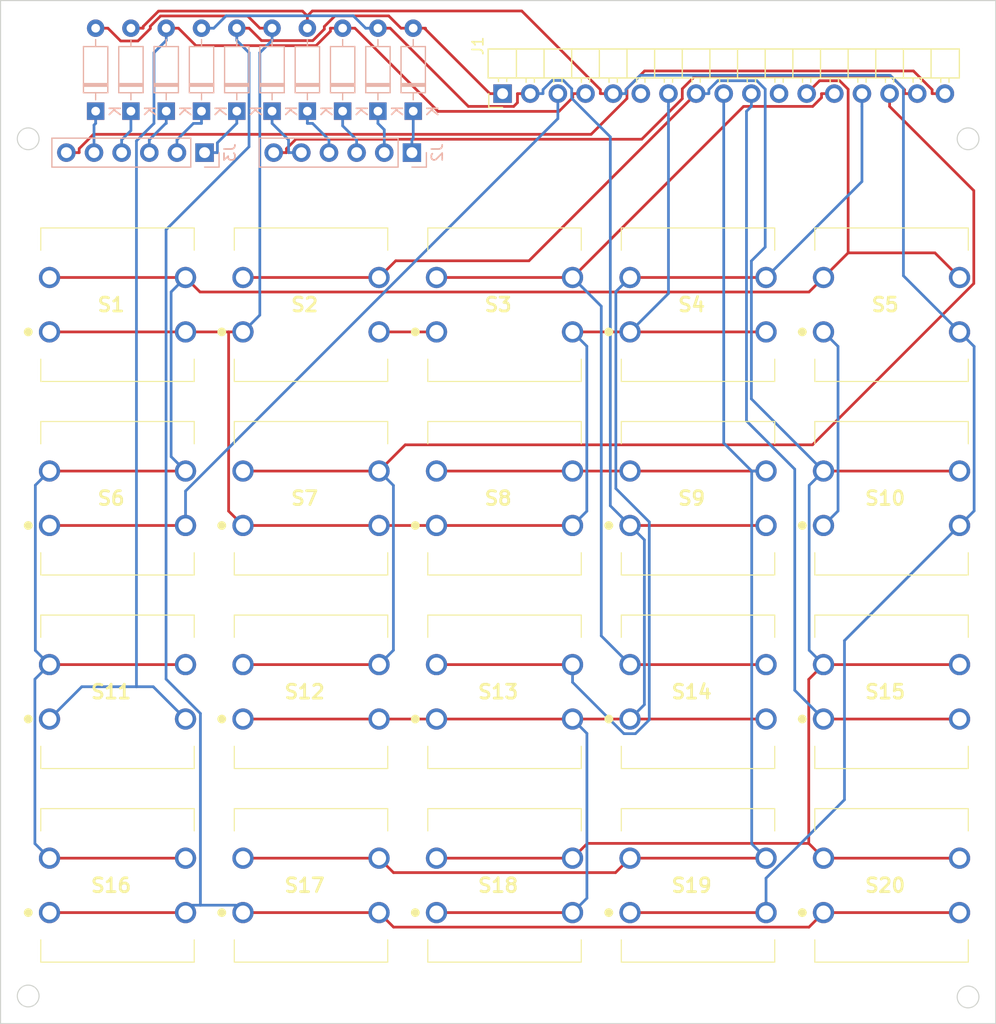
<source format=kicad_pcb>
(kicad_pcb (version 20211014) (generator pcbnew)

  (general
    (thickness 1.6)
  )

  (paper "A4")
  (layers
    (0 "F.Cu" signal)
    (31 "B.Cu" signal)
    (32 "B.Adhes" user "B.Adhesive")
    (33 "F.Adhes" user "F.Adhesive")
    (34 "B.Paste" user)
    (35 "F.Paste" user)
    (36 "B.SilkS" user "B.Silkscreen")
    (37 "F.SilkS" user "F.Silkscreen")
    (38 "B.Mask" user)
    (39 "F.Mask" user)
    (40 "Dwgs.User" user "User.Drawings")
    (41 "Cmts.User" user "User.Comments")
    (42 "Eco1.User" user "User.Eco1")
    (43 "Eco2.User" user "User.Eco2")
    (44 "Edge.Cuts" user)
    (45 "Margin" user)
    (46 "B.CrtYd" user "B.Courtyard")
    (47 "F.CrtYd" user "F.Courtyard")
    (48 "B.Fab" user)
    (49 "F.Fab" user)
    (50 "User.1" user)
    (51 "User.2" user)
    (52 "User.3" user)
    (53 "User.4" user)
    (54 "User.5" user)
    (55 "User.6" user)
    (56 "User.7" user)
    (57 "User.8" user)
    (58 "User.9" user)
  )

  (setup
    (pad_to_mask_clearance 0)
    (pcbplotparams
      (layerselection 0x00010fc_ffffffff)
      (disableapertmacros false)
      (usegerberextensions false)
      (usegerberattributes true)
      (usegerberadvancedattributes true)
      (creategerberjobfile true)
      (svguseinch false)
      (svgprecision 6)
      (excludeedgelayer true)
      (plotframeref false)
      (viasonmask false)
      (mode 1)
      (useauxorigin false)
      (hpglpennumber 1)
      (hpglpenspeed 20)
      (hpglpendiameter 15.000000)
      (dxfpolygonmode true)
      (dxfimperialunits true)
      (dxfusepcbnewfont true)
      (psnegative false)
      (psa4output false)
      (plotreference true)
      (plotvalue true)
      (plotinvisibletext false)
      (sketchpadsonfab false)
      (subtractmaskfromsilk false)
      (outputformat 1)
      (mirror false)
      (drillshape 1)
      (scaleselection 1)
      (outputdirectory "")
    )
  )

  (net 0 "")
  (net 1 "Net-(D1-Pad1)")
  (net 2 "Net-(J1-Pad1)")
  (net 3 "Net-(D2-Pad1)")
  (net 4 "Net-(J1-Pad2)")
  (net 5 "Net-(D3-Pad1)")
  (net 6 "Net-(J1-Pad4)")
  (net 7 "Net-(D4-Pad1)")
  (net 8 "Net-(J1-Pad5)")
  (net 9 "Net-(D5-Pad1)")
  (net 10 "Net-(J1-Pad7)")
  (net 11 "Net-(J3-Pad1)")
  (net 12 "Net-(D7-Pad1)")
  (net 13 "Net-(D8-Pad1)")
  (net 14 "Net-(J3-Pad4)")
  (net 15 "Net-(D10-Pad1)")
  (net 16 "Net-(J1-Pad3)")
  (net 17 "unconnected-(J1-Pad6)")
  (net 18 "Net-(J1-Pad8)")
  (net 19 "Net-(J1-Pad9)")
  (net 20 "Net-(J1-Pad10)")
  (net 21 "unconnected-(J1-Pad11)")
  (net 22 "Net-(J1-Pad12)")
  (net 23 "Net-(J1-Pad13)")
  (net 24 "Net-(J1-Pad14)")
  (net 25 "Net-(J1-Pad15)")
  (net 26 "Net-(J2-Pad6)")
  (net 27 "Net-(J3-Pad6)")
  (net 28 "Net-(S2-Pad2)")
  (net 29 "Net-(S10-Pad1)")

  (footprint "KiCad:TL1100F160Q6JBLK" (layer "F.Cu") (at 146.7375 76.16))

  (footprint "KiCad:TL1100F160Q6JBLK" (layer "F.Cu") (at 93.3975 58.38))

  (footprint "KiCad:TL1100F160Q6JBLK" (layer "F.Cu") (at 75.6175 76.16))

  (footprint "KiCad:TL1100F160Q6JBLK" (layer "F.Cu") (at 75.6175 58.38))

  (footprint "KiCad:TL1100F160Q6JBLK" (layer "F.Cu") (at 93.3975 93.94))

  (footprint "KiCad:TL1100F160Q6JBLK" (layer "F.Cu") (at 146.7375 93.94))

  (footprint "KiCad:TL1100F160Q6JBLK" (layer "F.Cu") (at 128.9575 58.38))

  (footprint "KiCad:TL1100F160Q6JBLK" (layer "F.Cu") (at 93.3975 76.16))

  (footprint "KiCad:TL1100F160Q6JBLK" (layer "F.Cu") (at 128.9575 111.72))

  (footprint "KiCad:TL1100F160Q6JBLK" (layer "F.Cu") (at 111.1775 111.72))

  (footprint "KiCad:TL1100F160Q6JBLK" (layer "F.Cu") (at 128.9575 93.94))

  (footprint "KiCad:TL1100F160Q6JBLK" (layer "F.Cu") (at 75.6175 93.94))

  (footprint "KiCad:TL1100F160Q6JBLK" (layer "F.Cu") (at 111.1775 76.16))

  (footprint "KiCad:TL1100F160Q6JBLK" (layer "F.Cu") (at 128.9575 76.16))

  (footprint "Connector_PinHeader_2.54mm:PinHeader_1x17_P2.54mm_Horizontal" (layer "F.Cu") (at 117.25 36.49 90))

  (footprint "KiCad:TL1100F160Q6JBLK" (layer "F.Cu") (at 111.1775 93.94))

  (footprint "KiCad:TL1100F160Q6JBLK" (layer "F.Cu") (at 93.3975 111.72))

  (footprint "KiCad:TL1100F160Q6JBLK" (layer "F.Cu") (at 146.7375 58.38))

  (footprint "KiCad:TL1100F160Q6JBLK" (layer "F.Cu") (at 111.1775 58.38))

  (footprint "KiCad:TL1100F160Q6JBLK" (layer "F.Cu") (at 75.6175 111.72))

  (footprint "KiCad:TL1100F160Q6JBLK" (layer "F.Cu") (at 146.7375 111.72))

  (footprint "Connector_PinHeader_2.54mm:PinHeader_1x06_P2.54mm_Vertical" (layer "B.Cu") (at 108.9186 41.91 90))

  (footprint "Diode_THT:D_DO-35_SOD27_P7.62mm_Horizontal" (layer "B.Cu") (at 105.7964 38.1 90))

  (footprint "Diode_THT:D_DO-35_SOD27_P7.62mm_Horizontal" (layer "B.Cu") (at 79.8586 38.1 90))

  (footprint "Diode_THT:D_DO-35_SOD27_P7.62mm_Horizontal" (layer "B.Cu") (at 99.3119 38.1 90))

  (footprint "Diode_THT:D_DO-35_SOD27_P7.62mm_Horizontal" (layer "B.Cu") (at 86.3431 38.1 90))

  (footprint "Diode_THT:D_DO-35_SOD27_P7.62mm_Horizontal" (layer "B.Cu") (at 102.5542 38.1 90))

  (footprint "Diode_THT:D_DO-35_SOD27_P7.62mm_Horizontal" (layer "B.Cu") (at 83.1008 38.1 90))

  (footprint "Connector_PinHeader_2.54mm:PinHeader_1x06_P2.54mm_Vertical" (layer "B.Cu") (at 89.8686 41.91 90))

  (footprint "Diode_THT:D_DO-35_SOD27_P7.62mm_Horizontal" (layer "B.Cu") (at 96.0697 38.1 90))

  (footprint "Diode_THT:D_DO-35_SOD27_P7.62mm_Horizontal" (layer "B.Cu") (at 92.8275 38.1 90))

  (footprint "Diode_THT:D_DO-35_SOD27_P7.62mm_Horizontal" (layer "B.Cu") (at 109.0386 38.1 90))

  (footprint "Diode_THT:D_DO-35_SOD27_P7.62mm_Horizontal" (layer "B.Cu") (at 89.5853 38.1 90))

  (gr_circle (center 73.66 119.38) (end 74.66 119.38) (layer "Edge.Cuts") (width 0.1) (fill none) (tstamp 071bdd1d-6170-4f56-800f-666534d64445))
  (gr_rect (start 71.12 27.94) (end 162.56 121.92) (layer "Edge.Cuts") (width 0.1) (fill none) (tstamp 1d18b88d-3855-414b-ab6d-1b2ad249c062))
  (gr_circle (center 160.02 119.470093) (end 161.02 119.470093) (layer "Edge.Cuts") (width 0.1) (fill none) (tstamp 4b608af9-861a-4724-a017-0d1610a4902b))
  (gr_circle (center 73.66 40.64) (end 74.66 40.64) (layer "Edge.Cuts") (width 0.1) (fill none) (tstamp e5af699a-313f-4a32-8d97-a58702dc09d8))
  (gr_circle (center 160.02 40.64) (end 161.02 40.64) (layer "Edge.Cuts") (width 0.1) (fill none) (tstamp e63c23b8-9bac-4d15-89d0-dbaa116fefc5))

  (segment (start 108.9186 41.91) (end 108.9186 40.7349) (width 0.25) (layer "B.Cu") (net 1) (tstamp 9d68cecf-fc81-4b4e-9370-47f06c9dd1d9))
  (segment (start 109.0386 38.1) (end 109.0386 40.6149) (width 0.25) (layer "B.Cu") (net 1) (tstamp c8c46dbb-fcee-4e2b-9dac-d39077648d75))
  (segment (start 109.0386 40.6149) (end 108.9186 40.7349) (width 0.25) (layer "B.Cu") (net 1) (tstamp f0b08be1-826e-49f9-a3c4-7daaad2f50d9))
  (segment (start 108.4761 30.48) (end 109.0386 30.48) (width 0.25) (layer "F.Cu") (net 2) (tstamp 020301cf-ccd8-42e3-828b-c5df5826e931))
  (segment (start 101.8479 29.3483) (end 100.8673 30.3289) (width 0.25) (layer "F.Cu") (net 2) (tstamp 1c527457-f202-4213-b5f2-f3e6138e2863))
  (segment (start 93.3975 111.72) (end 105.8975 111.72) (width 0.25) (layer "F.Cu") (net 2) (tstamp 2c0e5e04-0206-44d3-b34b-b0b93ba803ee))
  (segment (start 99.817 31.6186) (end 95.0912 31.6186) (width 0.25) (layer "F.Cu") (net 2) (tstamp 53efda89-8070-47c4-9782-8e69298ea746))
  (segment (start 109.0386 30.48) (end 110.1637 30.48) (width 0.25) (layer "F.Cu") (net 2) (tstamp 80663796-d148-49e0-a5ed-4370d5c532d2))
  (segment (start 95.0912 31.6186) (end 93.9526 30.48) (width 0.25) (layer "F.Cu") (net 2) (tstamp 933902b2-b276-4c7c-b738-f5313fba1e6b))
  (segment (start 105.8975 111.72) (end 107.2306 113.0531) (width 0.25) (layer "F.Cu") (net 2) (tstamp a6486920-edb8-4c77-b4f1-5e389205d997))
  (segment (start 100.8673 30.3289) (end 100.8673 30.5683) (width 0.25) (layer "F.Cu") (net 2) (tstamp ad0c1be3-f364-49f9-97e6-58bb2ade0b3a))
  (segment (start 145.4044 113.0531) (end 146.7375 111.72) (width 0.25) (layer "F.Cu") (net 2) (tstamp c6d39686-bbcf-4698-95d1-881c26eaa80c))
  (segment (start 107.2306 113.0531) (end 145.4044 113.0531) (width 0.25) (layer "F.Cu") (net 2) (tstamp d97bb365-fc44-474d-aab5-e39d1b7a2696))
  (segment (start 159.2375 111.72) (end 146.7375 111.72) (width 0.25) (layer "F.Cu") (net 2) (tstamp dd37b543-36c9-4da5-8ba3-05b879168d29))
  (segment (start 110.1637 30.48) (end 110.1637 30.5788) (width 0.25) (layer "F.Cu") (net 2) (tstamp e1f1e47a-1c6c-4f72-a58b-a276738cb5bb))
  (segment (start 106.7818 29.3483) (end 101.8479 29.3483) (width 0.25) (layer "F.Cu") (net 2) (tstamp e3c7cfa5-525e-466d-93f9-944f262da7de))
  (segment (start 107.9135 30.48) (end 106.7818 29.3483) (width 0.25) (layer "F.Cu") (net 2) (tstamp e815d1bd-a6ea-44ee-9601-e2f42d7a5cea))
  (segment (start 117.25 36.49) (end 116.0749 36.49) (width 0.25) (layer "F.Cu") (net 2) (tstamp eae64145-c2d3-47e5-afc8-0fc46bc006a4))
  (segment (start 75.6175 111.72) (end 88.1175 111.72) (width 0.25) (layer "F.Cu") (net 2) (tstamp ede2e392-d0fc-4f88-9289-727fb887c84d))
  (segment (start 92.8275 30.48) (end 93.9526 30.48) (width 0.25) (layer "F.Cu") (net 2) (tstamp f07e24a9-6cb2-4261-8d80-e459f40e8be0))
  (segment (start 100.8673 30.5683) (end 99.817 31.6186) (width 0.25) (layer "F.Cu") (net 2) (tstamp f56cc04d-8188-4d41-94cb-cf1c1ed83dc9))
  (segment (start 108.4761 30.48) (end 107.9135 30.48) (width 0.25) (layer "F.Cu") (net 2) (tstamp f6272702-25b6-4b1f-b80b-503e7a6b766c))
  (segment (start 110.1637 30.5788) (end 116.0749 36.49) (width 0.25) (layer "F.Cu") (net 2) (tstamp f6962841-9c1b-4808-9045-e80a369fed6a))
  (segment (start 93.9527 41.3676) (end 93.9527 32.7303) (width 0.25) (layer "B.Cu") (net 2) (tstamp 2810d29c-75db-4aaa-8e1b-47e296a6928d))
  (segment (start 93.9527 32.7303) (end 92.8275 31.6051) (width 0.25) (layer "B.Cu") (net 2) (tstamp 282b48f4-d241-4d9f-af3b-65a3a396c496))
  (segment (start 89.4835 93.4275) (end 86.3286 90.2726) (width 0.25) (layer "B.Cu") (net 2) (tstamp 2ade47fd-9913-4283-bd72-afbacc59d721))
  (segment (start 88.8005 111.037) (end 89.4835 111.037) (width 0.25) (layer "B.Cu") (net 2) (tstamp 32f893de-95f7-4a42-b7c4-9802b3254664))
  (segment (start 86.3286 90.2726) (end 86.3286 48.9917) (width 0.25) (layer "B.Cu") (net 2) (tstamp 668319f7-37ee-4b89-8b75-148da94713d3))
  (segment (start 86.3286 48.9917) (end 93.9527 41.3676) (width 0.25) (layer "B.Cu") (net 2) (tstamp 672c15dc-ac16-47ac-bd99-0280e4f89e3c))
  (segment (start 92.8275 30.48) (end 92.8275 31.6051) (width 0.25) (layer "B.Cu") (net 2) (tstamp a13038c1-b581-498a-928b-ef9039436471))
  (segment (start 92.7145 111.037) (end 93.3975 111.72) (width 0.25) (layer "B.Cu") (net 2) (tstamp bd58cce9-00ab-4630-9d03-71361844c554))
  (segment (start 89.4835 111.037) (end 92.7145 111.037) (width 0.25) (layer "B.Cu") (net 2) (tstamp ce1b38a9-7787-412a-b56e-62e28c6489c6))
  (segment (start 89.4835 111.037) (end 89.4835 93.4275) (width 0.25) (layer "B.Cu") (net 2) (tstamp d5050977-43ab-4540-add1-95d875d9b1a5))
  (segment (start 88.1175 111.72) (end 88.8005 111.037) (width 0.25) (layer "B.Cu") (net 2) (tstamp efd6b1a8-4550-4261-b63a-2989790e8dac))
  (segment (start 105.7964 39.2251) (end 106.3786 39.8073) (width 0.25) (layer "B.Cu") (net 3) (tstamp 173618af-48c7-4896-885c-4ae847788209))
  (segment (start 106.3786 39.8073) (end 106.3786 41.91) (width 0.25) (layer "B.Cu") (net 3) (tstamp 635244aa-ddcb-4e0f-9c33-923d12356443))
  (segment (start 105.7964 38.1) (end 105.7964 39.2251) (width 0.25) (layer "B.Cu") (net 3) (tstamp b16d0c31-4d45-4f71-9f81-f77ec692d262))
  (segment (start 114.1067 37.6652) (end 118.2707 37.6652) (width 0.25) (layer "F.Cu") (net 4) (tstamp 00fa006a-5f6e-4a4b-a85a-d6eba5143d14))
  (segment (start 105.7964 30.48) (end 106.9215 30.48) (width 0.25) (layer "F.Cu") (net 4) (tstamp 2a00ec38-1ca9-4c48-9aef-0583033dc090))
  (segment (start 111.1775 93.94) (end 123.6775 93.94) (width 0.25) (layer "F.Cu") (net 4) (tstamp 3579f0b4-a8f1-4670-ab5c-f3459b245c6a))
  (segment (start 93.3975 93.94) (end 105.8975 93.94) (width 0.25) (layer "F.Cu") (net 4) (tstamp 4474f66c-8a83-4c4d-a8a2-183880f13aea))
  (segment (start 123.6775 111.72) (end 111.1775 111.72) (width 0.25) (layer "F.Cu") (net 4) (tstamp 48cba292-83ab-4e87-8249-52b5636b0b32))
  (segment (start 118.6149 37.321) (end 118.6149 36.49) (width 0.25) (layer "F.Cu") (net 4) (tstamp 5531120f-cf74-4ddc-889f-6e4a31d8250a))
  (segment (start 118.2707 37.6652) (end 118.6149 37.321) (width 0.25) (layer "F.Cu") (net 4) (tstamp 5b2e3a90-0575-4234-934c-5b828d86925c))
  (segment (start 119.79 36.49) (end 118.6149 36.49) (width 0.25) (layer "F.Cu") (net 4) (tstamp 877e38c6-f8b3-49bb-8af7-201e574e5087))
  (segment (start 123.6775 93.94) (end 128.9575 93.94) (width 0.25) (layer "F.Cu") (net 4) (tstamp 8f67b873-7ae2-4f6f-90d9-e179a7aa16bf))
  (segment (start 141.4575 93.94) (end 128.9575 93.94) (width 0.25) (layer "F.Cu") (net 4) (tstamp 9f29490d-ce56-44e9-86c5-c0ec502316f3))
  (segment (start 106.9215 30.48) (end 114.1067 37.6652) (width 0.25) (layer "F.Cu") (net 4) (tstamp ad23c9c7-7e8d-4284-818c-45183cf20299))
  (segment (start 141.4575 76.16) (end 128.9575 76.16) (width 0.25) (layer "F.Cu") (net 4) (tstamp e7cdc885-ae74-4343-85eb-9727a2650462))
  (segment (start 105.8975 93.94) (end 111.1775 93.94) (width 0.25) (layer "F.Cu") (net 4) (tstamp fa463340-09f6-4836-a307-96f6e8f5b5c0))
  (segment (start 130.277 77.4795) (end 130.277 92.6205) (width 0.25) (layer "B.Cu") (net 4) (tstamp 0202800a-00d3-4e82-bbe3-3ee588c2196e))
  (segment (start 130.277 92.6205) (end 128.9575 93.94) (width 0.25) (layer "B.Cu") (net 4) (tstamp 2439e108-b4b1-471c-b01c-d68e505b730e))
  (segment (start 120.9651 36.49) (end 120.9651 36.1228) (width 0.25) (layer "B.Cu") (net 4) (tstamp 44e84901-7997-454a-a5bc-e5bbe057cf72))
  (segment (start 122.8362 35.2807) (end 123.6 36.0445) (width 0.25) (layer "B.Cu") (net 4) (tstamp 4ff2975a-bfb9-4c2c-b4da-3c4e5933d1c8))
  (segment (start 124.9975 110.4) (end 123.6775 111.72) (width 0.25) (layer "B.Cu") (net 4) (tstamp 7001bd0d-f4aa-4e52-91e3-f2d53e0a69ff))
  (segment (start 123.6775 93.94) (end 124.9975 95.26) (width 0.25) (layer "B.Cu") (net 4) (tstamp 74ec2a40-b874-4c84-aabe-0f99a41b0eef))
  (segment (start 90.7104 30.48) (end 91.8506 29.3398) (width 0.25) (layer "B.Cu") (net 4) (tstamp 7cdb72d1-f063-44d0-9adb-29a8b416dbf9))
  (segment (start 128.9575 76.16) (end 130.277 77.4795) (width 0.25) (layer "B.Cu") (net 4) (tstamp 7efb671f-1289-4016-8cb0-43090ae7b9fe))
  (segment (start 121.8072 35.2807) (end 122.8362 35.2807) (width 0.25) (layer "B.Cu") (net 4) (tstamp 931a8577-5512-423f-93a3-89d056b73e35))
  (segment (start 103.5311 29.3398) (end 104.6713 30.48) (width 0.25) (layer "B.Cu") (net 4) (tstamp 933f2f42-bf30-4922-bd53-a0005608afb3))
  (segment (start 105.7964 30.48) (end 104.6713 30.48) (width 0.25) (layer "B.Cu") (net 4) (tstamp 948b757d-710f-418b-8099-668476844818))
  (segment (start 119.79 36.49) (end 120.9651 36.49) (width 0.25) (layer "B.Cu") (net 4) (tstamp 9d88dd61-fdf3-44b2-8f29-a3b7655d4979))
  (segment (start 91.8506 29.3398) (end 103.5311 29.3398) (width 0.25) (layer "B.Cu") (net 4) (tstamp abf88995-18bd-478c-987b-e893c94fa8dc))
  (segment (start 123.6 36.0445) (end 123.6 36.9161) (width 0.25) (layer "B.Cu") (net 4) (tstamp ae9f3dcc-710d-4ad1-b017-02b82a7cb8f5))
  (segment (start 127.1474 40.4635) (end 127.1474 74.3499) (width 0.25) (layer "B.Cu") (net 4) (tstamp d597d422-97ae-45f9-b279-933811acefaa))
  (segment (start 89.5853 30.48) (end 90.7104 30.48) (width 0.25) (layer "B.Cu") (net 4) (tstamp df62e558-a1c0-4b5b-ab50-d03d854073e9))
  (segment (start 120.9651 36.1228) (end 121.8072 35.2807) (width 0.25) (layer "B.Cu") (net 4) (tstamp e0872f9b-7c13-47ad-8fbd-c54c9e3349e9))
  (segment (start 127.1474 74.3499) (end 128.9575 76.16) (width 0.25) (layer "B.Cu") (net 4) (tstamp e2728c10-314d-45d6-a21a-522073d9fffd))
  (segment (start 123.6 36.9161) (end 127.1474 40.4635) (width 0.25) (layer "B.Cu") (net 4) (tstamp e487d859-10c6-4e7f-9669-3fa42d20f5af))
  (segment (start 124.9975 95.26) (end 124.9975 110.4) (width 0.25) (layer "B.Cu") (net 4) (tstamp f2c68993-b92a-42a3-a075-75ffcab44b37))
  (segment (start 103.8386 41.91) (end 103.8386 40.7349) (width 0.25) (layer "B.Cu") (net 5) (tstamp 6f418896-5f04-4b39-8c14-f16ce782f181))
  (segment (start 102.5542 38.1) (end 102.5542 39.4505) (width 0.25) (layer "B.Cu") (net 5) (tstamp d0c93d40-4405-41a7-bb1b-9523ed45c808))
  (segment (start 102.5542 39.4505) (end 103.8386 40.7349) (width 0.25) (layer "B.Cu") (net 5) (tstamp f4c2d8b2-a21a-40f7-83eb-439bd1aeb285))
  (segment (start 86.3431 30.48) (end 87.4682 30.48) (width 0.25) (layer "F.Cu") (net 6) (tstamp 7d7752a7-55dc-4d2e-9999-8e424e7e193a))
  (segment (start 102.1042 30.48) (end 101.4291 30.48) (width 0.25) (layer "F.Cu") (net 6) (tstamp 7dda09cd-d2e9-46cb-9367-8acdcfc307e9))
  (segment (start 102.5542 30.48) (end 103.6793 30.48) (width 0.25) (layer "F.Cu") (net 6) (tstamp 86395702-16d2-443b-a7ba-a96ee0537013))
  (segment (start 124.87 36.49) (end 123.6949 36.49) (width 0.25) (layer "F.Cu") (net 6) (tstamp 8d92052a-0fdb-4ac8-8b4b-cb3c216ce8f1))
  (segment (start 111.3184 38.1191) (end 122.431 38.1191) (width 0.25) (layer "F.Cu") (net 6) (tstamp 91915a85-1b5a-4e21-92ee-5fafeeb64f14))
  (segment (start 101.4291 30.48) (end 101.4291 30.7613) (width 0.25) (layer "F.Cu") (net 6) (tstamp 9515f57b-70a6-4f51-b7cd-3048a60734e9))
  (segment (start 89.0717 32.0835) (end 87.4682 30.48) (width 0.25) (layer "F.Cu") (net 6) (tstamp acb2cf50-be73-4c00-a334-d71c0af8b6ac))
  (segment (start 100.1069 32.0835) (end 89.0717 32.0835) (width 0.25) (layer "F.Cu") (net 6) (tstamp bd01b167-e2db-42a4-bcf9-9a0630789393))
  (segment (start 102.1042 30.48) (end 102.5542 30.48) (width 0.25) (layer "F.Cu") (net 6) (tstamp d6c81607-71cb-4bb0-ae29-7822f6faaedd))
  (segment (start 123.6949 36.8552) (end 123.6949 36.49) (width 0.25) (layer "F.Cu") (net 6) (tstamp e1c27006-88e1-4765-b505-df08fac84023))
  (segment (start 103.6793 30.48) (end 111.3184 38.1191) (width 0.25) (layer "F.Cu") (net 6) (tstamp eb819629-89ee-4a42-b308-bf27658c676f))
  (segment (start 101.4291 30.7613) (end 100.1069 32.0835) (width 0.25) (layer "F.Cu") (net 6) (tstamp eccd7e52-1b8f-43b1-8713-ca155a2dcc69))
  (segment (start 122.431 38.1191) (end 123.6949 36.8552) (width 0.25) (layer "F.Cu") (net 6) (tstamp f36b15b7-03d2-43cc-839e-165f1fb07ff4))
  (segment (start 83.6071 90.9705) (end 78.587 90.9705) (width 0.25) (layer "B.Cu") (net 6) (tstamp 1b0c1e46-a6e1-4f19-a226-8fc5eb3c7276))
  (segment (start 86.3431 31.6051) (end 85.218 32.7302) (width 0.25) (layer "B.Cu") (net 6) (tstamp 6abdd2ee-c5b5-402b-8361-8697fa75a3ba))
  (segment (start 85.218 32.7302) (end 85.218 39.2251) (width 0.25) (layer "B.Cu") (net 6) (tstamp 71f593d7-84d9-47f8-b512-9e139b80d2ed))
  (segment (start 88.1175 93.94) (end 85.148 90.9705) (width 0.25) (layer "B.Cu") (net 6) (tstamp 7c8de070-0768-4cfb-82f2-d2e28488d1cb))
  (segment (start 78.587 90.9705) (end 75.6175 93.94) (width 0.25) (layer "B.Cu") (net 6) (tstamp 7d11dd2e-954c-4f18-b542-768fa985cad2))
  (segment (start 85.218 39.2251) (end 83.6071 40.836) (width 0.25) (layer "B.Cu") (net 6) (tstamp 7fa9d620-3370-44bf-abf7-06c2dedf0179))
  (segment (start 86.3431 30.48) (end 86.3431 31.6051) (width 0.25) (layer "B.Cu") (net 6) (tstamp e7a6a90b-33d1-4bdc-bdc2-71f867892258))
  (segment (start 85.148 90.9705) (end 83.6071 90.9705) (width 0.25) (layer "B.Cu") (net 6) (tstamp f7d9eb2f-bcc9-43a8-b153-c44a58002a25))
  (segment (start 83.6071 40.836) (end 83.6071 90.9705) (width 0.25) (layer "B.Cu") (net 6) (tstamp f8c43ba6-2c97-4405-b802-537b996dd013))
  (segment (start 99.3119 38.1) (end 99.3119 39.2251) (width 0.25) (layer "B.Cu") (net 7) (tstamp 325573c2-f66d-4d32-ac48-34a8d9bb6633))
  (segment (start 99.3119 39.2251) (end 99.7888 39.2251) (width 0.25) (layer "B.Cu") (net 7) (tstamp 47238f73-e66b-4242-8800-386000055a6d))
  (segment (start 101.2986 41.91) (end 101.2986 40.7349) (width 0.25) (layer "B.Cu") (net 7) (tstamp 62236cd1-d8e3-4d36-8f9e-1d19a605f6ca))
  (segment (start 99.7888 39.2251) (end 101.2986 40.7349) (width 0.25) (layer "B.Cu") (net 7) (tstamp 8350766f-b786-4cb4-8243-edb29abb8250))
  (segment (start 126.2349 36.49) (end 126.2349 36.1248) (width 0.25) (layer "F.Cu") (net 8) (tstamp 14deb27f-de3e-43b6-95a4-bdac69f747a3))
  (segment (start 127.41 36.49) (end 126.2349 36.49) (width 0.25) (layer "F.Cu") (net 8) (tstamp 245880ee-0e4f-4e15-aefd-c010098c352f))
  (segment (start 83.1008 30.48) (end 84.2259 30.48) (width 0.25) (layer "F.Cu") (net 8) (tstamp 373ab46e-389c-495a-b41c-e8cea56bc28c))
  (segment (start 141.4575 111.72) (end 128.9575 111.72) (width 0.25) (layer "F.Cu") (net 8) (tstamp 4e2a7f61-ea16-4b92-ae8f-c34ef352e2b1))
  (segment (start 85.6419 28.9048) (end 84.2259 30.3208) (width 0.25) (layer "F.Cu") (net 8) (tstamp 58c21f44-ca50-4b5d-a371-2223aa51c9fd))
  (segment (start 84.2259 30.3208) (end 84.2259 30.48) (width 0.25) (layer "F.Cu") (net 8) (tstamp 684c1f53-50aa-4128-9a4d-ae9ececa15e8))
  (segment (start 98.8618 28.9048) (end 85.6419 28.9048) (width 0.25) (layer "F.Cu") (net 8) (tstamp 6aabdb78-3a90-4331-abac-7aeff22a8a2b))
  (segment (start 99.3119 29.3549) (end 98.8618 28.9048) (width 0.25) (layer "F.Cu") (net 8) (tstamp 6e38315c-b3f9-4b51-89dc-27d10abbc64b))
  (segment (start 119.0082 28.8981) (end 99.7687 28.8981) (width 0.25) (layer "F.Cu") (net 8) (tstamp a3235160-b617-4c58-9863-74501dcdddd6))
  (segment (start 126.2349 36.1248) (end 119.0082 28.8981) (width 0.25) (layer "F.Cu") (net 8) (tstamp e6c7ef5e-adb3-4312-ae42-83939e382127))
  (segment (start 99.7687 28.8981) (end 99.3119 29.3549) (width 0.25) (layer "F.Cu") (net 8) (tstamp ecac8dd6-a3cb-4cf2-b95d-5832ba54961f))
  (segment (start 99.3119 30.48) (end 99.3119 29.3549) (width 0.25) (layer "F.Cu") (net 8) (tstamp ed5f34a1-3c33-43ea-a170-2499b41354ea))
  (segment (start 159.2375 76.16) (end 148.6634 86.7341) (width 0.25) (layer "B.Cu") (net 8) (tstamp 08a8c75e-d0eb-43a7-a353-2924e3cb8453))
  (segment (start 160.5761 74.8214) (end 159.2375 76.16) (width 0.25) (layer "B.Cu") (net 8) (tstamp 184d6e0c-74b8-469b-87a3-75643c7c6d1f))
  (segment (start 129.9033 34.8046) (end 152.8508 34.8046) (width 0.25) (layer "B.Cu") (net 8) (tstamp 1c4af4a4-b536-4bb8-b127-0b5a983c8435))
  (segment (start 160.5761 59.7186) (end 160.5761 74.8214) (width 0.25) (layer "B.Cu") (net 8) (tstamp 1d00d4f3-49ac-4537-9e49-ee7906044373))
  (segment (start 159.2375 58.38) (end 160.5761 59.7186) (width 0.25) (layer "B.Cu") (net 8) (tstamp 45d76c1f-db4c-4a99-8346-07686a41e923))
  (segment (start 127.41 36.49) (end 128.5851 36.49) (width 0.25) (layer "B.Cu") (net 8) (tstamp 572b2c68-f686-4e7a-8b1f-5a1e2c5bc7a1))
  (segment (start 128.5851 36.1228) (end 129.9033 34.8046) (width 0.25) (layer "B.Cu") (net 8) (tstamp 7bcceafa-0fce-4340-957e-9fb800784f74))
  (segment (start 128.5851 36.49) (end 128.5851 36.1228) (width 0.25) (layer "B.Cu") (net 8) (tstamp 9428bd08-91af-4b08-aef8-e6ae39c71384))
  (segment (start 141.4575 108.5588) (end 141.4575 111.72) (width 0.25) (layer "B.Cu") (net 8) (tstamp ba8ff6bb-c49e-4f23-a677-77c7fba2ba6d))
  (segment (start 152.8508 34.8046) (end 154.08 36.0338) (width 0.25) (layer "B.Cu") (net 8) (tstamp d5e5f7ab-1b5c-46f5-a4ae-5948a9aa436d))
  (segment (start 154.08 53.2225) (end 159.2375 58.38) (width 0.25) (layer "B.Cu") (net 8) (tstamp e4599edd-d0f8-4572-958f-66b69967f1af))
  (segment (start 154.08 36.0338) (end 154.08 53.2225) (width 0.25) (layer "B.Cu") (net 8) (tstamp e74dd774-66ce-4f89-9c8e-6a9bff602014))
  (segment (start 148.6634 86.7341) (end 148.6634 101.3529) (width 0.25) (layer "B.Cu") (net 8) (tstamp f521e2eb-6196-4485-b63b-41ae867a4414))
  (segment (start 148.6634 101.3529) (end 141.4575 108.5588) (width 0.25) (layer "B.Cu") (net 8) (tstamp fc1f20de-fdb9-44db-9971-e1bcd52e1d0f))
  (segment (start 96.0697 38.1) (end 96.0697 39.2251) (width 0.25) (layer "B.Cu") (net 9) (tstamp 80e723b1-836e-451c-b900-d632e6ca829b))
  (segment (start 96.0697 39.2251) (end 97.5835 40.7389) (width 0.25) (layer "B.Cu") (net 9) (tstamp a8a37a81-1ea2-468f-9aef-045db0efc85b))
  (segment (start 98.7586 41.91) (end 97.5835 41.91) (width 0.25) (layer "B.Cu") (net 9) (tstamp c45453fd-e7b2-4528-a0f9-662801a37e63))
  (segment (start 97.5835 40.7389) (end 97.5835 41.91) (width 0.25) (layer "B.Cu") (net 9) (tstamp ef70130e-03d4-42be-b77f-24065c3138de))
  (segment (start 82.1602 31.6565) (end 80.9837 30.48) (width 0.25) (layer "F.Cu") (net 10) (tstamp 09e3def8-5549-4eb7-979e-2c52aca981b1))
  (segment (start 92.0775 58.38) (end 92.0775 74.84) (width 0.25) (layer "F.Cu") (net 10) (tstamp 1ba91f32-e18c-4e2b-a785-729984e71615))
  (segment (start 93.8195 29.3549) (end 85.8283 29.3549) (width 0.25) (layer "F.Cu") (net 10) (tstamp 227f1791-9c21-4b09-9c00-6e74853133e2))
  (segment (start 128.9575 58.38) (end 123.6775 58.38) (width 0.25) (layer "F.Cu") (net 10) (tstamp 26feb326-289a-407a-8c1a-2e476d6d18a0))
  (segment (start 84.8811 30.3021) (end 84.8811 30.5166) (width 0.25) (layer "F.Cu") (net 10) (tstamp 27f73ca6-a7c7-4ab1-99ef-2d999247759d))
  (segment (start 79.8586 30.48) (end 80.9837 30.48) (width 0.25) (layer "F.Cu") (net 10) (tstamp 3109b266-d154-4771-867f-94718774d615))
  (segment (start 92.0775 74.84) (end 93.3975 76.16) (width 0.25) (layer "F.Cu") (net 10) (tstamp 33a4b05b-5d18-4900-857d-4b1ef2164064))
  (segment (start 85.8283 29.3549) (end 84.8811 30.3021) (width 0.25) (layer "F.Cu") (net 10) (tstamp 5f5226ea-2e3f-45bc-a81a-9dd47c09e28e))
  (segment (start 75.6175 58.38) (end 88.1175 58.38) (width 0.25) (layer "F.Cu") (net 10) (tstamp 78391f7d-e214-456c-a9f4-5dfaf405f15f))
  (segment (start 92.0775 58.38) (end 93.3975 58.38) (width 0.25) (layer "F.Cu") (net 10) (tstamp 7c780b80-37f4-4f44-baa5-c855ae970c34))
  (segment (start 84.8811 30.5166) (end 83.7412 31.6565) (width 0.25) (layer "F.Cu") (net 10) (tstamp 8b0ee983-334e-4ff8-91f8-e50d8b191602))
  (segment (start 123.6775 76.16) (end 111.1775 76.16) (width 0.25) (layer "F.Cu") (net 10) (tstamp a657e041-afe1-4bf7-808a-d2a8f7a285e8))
  (segment (start 96.0697 30.48) (end 94.9446 30.48) (width 0.25) (layer "F.Cu") (net 10) (tstamp a8ec345f-b098-4ba9-8403-fb8d810a3e53))
  (segment (start 83.7412 31.6565) (end 82.1602 31.6565) (width 0.25) (layer "F.Cu") (net 10) (tstamp be5e2a5c-8bee-4367-b4bd-8935da1440b2))
  (segment (start 88.1175 58.38) (end 92.0775 58.38) (width 0.25) (layer "F.Cu") (net 10) (tstamp c861d12a-32b5-47f0-84b7-4b4825e59442))
  (segment (start 141.4575 58.38) (end 128.9575 58.38) (width 0.25) (layer "F.Cu") (net 10) (tstamp dcb394bd-d679-4cc8-93ce-09b3c726f223))
  (segment (start 105.8975 76.16) (end 111.1775 76.16) (width 0.25) (layer "F.Cu") (net 10) (tstamp e1471669-1169-4051-909d-8dffa7078c81))
  (segment (start 93.3975 76.16) (end 105.8975 76.16) (width 0.25) (layer "F.Cu") (net 10) (tstamp e4b1d2bc-b341-4c39-bd39-d829723972df))
  (segment (start 94.9446 30.48) (end 93.8195 29.3549) (width 0.25) (layer "F.Cu") (net 10) (tstamp fc971b39-c742-4e97-9357-2808443fb469))
  (segment (start 124.9894 59.6919) (end 124.9894 74.8481) (width 0.25) (layer "B.Cu") (net 10) (tstamp 0be37be7-1cc2-4edd-8676-0a8e6775e331))
  (segment (start 132.49 54.8475) (end 132.49 37.6651) (width 0.25) (layer "B.Cu") (net 10) (tstamp 0eb607f9-0beb-4597-945a-8fe7db1df0e3))
  (segment (start 128.9575 58.38) (end 132.49 54.8475) (width 0.25) (layer "B.Cu") (net 10) (tstamp 200cb530-b54d-40d5-ab80-5611555aca58))
  (segment (start 96.0697 31.6051) (end 94.9446 32.7302) (width 0.25) (layer "B.Cu") (net 10) (tstamp 325f8c33-e750-46fd-9145-1b212ee6cf7a))
  (segment (start 96.0697 30.48) (end 96.0697 31.6051) (width 0.25) (layer "B.Cu") (net 10) (tstamp 556019e9-85e0-4018-92a6-b25ad0905d0b))
  (segment (start 94.9446 56.8329) (end 93.3975 58.38) (width 0.25) (layer "B.Cu") (net 10) (tstamp a8f5ea6e-d442-4819-bf80-358baad81c2d))
  (segment (start 123.6775 58.38) (end 124.9894 59.6919) (width 0.25) (layer "B.Cu") (net 10) (tstamp d3405a8a-c8e2-428c-8d19-a6b21cd7056d))
  (segment (start 94.9446 32.7302) (end 94.9446 56.8329) (width 0.25) (layer "B.Cu") (net 10) (tstamp dcc9debc-fc1e-47d6-a428-4cc306d4ddce))
  (segment (start 132.49 36.49) (end 132.49 37.6651) (width 0.25) (layer "B.Cu") (net 10) (tstamp e9e7e7b3-160a-43dd-b141-2fbff20f4767))
  (segment (start 124.9894 74.8481) (end 123.6775 76.16) (width 0.25) (layer "B.Cu") (net 10) (tstamp fbd5bc5a-d230-4843-975a-5d077cfc82c8))
  (segment (start 91.0437 41.0089) (end 91.0437 41.91) (width 0.25) (layer "B.Cu") (net 11) (tstamp 26c2f5ad-08c4-46e1-909b-2ae28ec91895))
  (segment (start 92.8275 39.2251) (end 91.0437 41.0089) (width 0.25) (layer "B.Cu") (net 11) (tstamp 3643a852-a02e-4b56-a778-2927686d4a19))
  (segment (start 89.8686 41.91) (end 91.0437 41.91) (width 0.25) (layer "B.Cu") (net 11) (tstamp 6a89b94d-0b6e-4984-9f28-c17619d3c776))
  (segment (start 92.8275 38.1) (end 92.8275 39.2251) (width 0.25) (layer "B.Cu") (net 11) (tstamp 9cbe79c0-89e5-44cc-88eb-99e593dd7049))
  (segment (start 87.3286 41.91) (end 87.3286 40.7349) (width 0.25) (layer "B.Cu") (net 12) (tstamp 64b63d2b-514a-4545-978f-a5be86009ce6))
  (segment (start 89.5853 39.2251) (end 88.8384 39.2251) (width 0.25) (layer "B.Cu") (net 12) (tstamp 7f3f386a-8efd-4512-971c-4a372f3d8164))
  (segment (start 89.5853 38.1) (end 89.5853 39.2251) (width 0.25) (layer "B.Cu") (net 12) (tstamp cf3bdb56-2b27-4959-90b5-b76b919fe264))
  (segment (start 88.8384 39.2251) (end 87.3286 40.7349) (width 0.25) (layer "B.Cu") (net 12) (tstamp d75fd269-5093-4695-b04c-5edf2562c8eb))
  (segment (start 86.3431 38.1) (end 86.3431 39.2251) (width 0.25) (layer "B.Cu") (net 13) (tstamp 009557fa-ebbb-4716-88ff-8a938f47c136))
  (segment (start 86.3431 39.2251) (end 86.2984 39.2251) (width 0.25) (layer "B.Cu") (net 13) (tstamp 06387d51-8666-4b07-baf2-b02f6d365461))
  (segment (start 84.7886 41.91) (end 84.7886 40.7349) (width 0.25) (layer "B.Cu") (net 13) (tstamp befcb16a-a763-4b63-bb3d-cd274d10104b))
  (segment (start 86.2984 39.2251) (end 84.7886 40.7349) (width 0.25) (layer "B.Cu") (net 13) (tstamp c1961deb-413d-4fa8-b23c-f774c80d690f))
  (segment (start 83.1008 38.1) (end 83.1008 39.8827) (width 0.25) (layer "B.Cu") (net 14) (tstamp cdab795f-1320-44f1-b60c-441365a3a2e7))
  (segment (start 83.1008 39.8827) (end 82.2486 40.7349) (width 0.25) (layer "B.Cu") (net 14) (tstamp ebc8caac-a497-4b58-9026-2ae13f54186e))
  (segment (start 82.2486 41.91) (end 82.2486 40.7349) (width 0.25) (layer "B.Cu") (net 14) (tstamp f519415d-0eca-4c3b-9dbb-f844d07a70bb))
  (segment (start 79.7086 39.3751) (end 79.7086 41.91) (width 0.25) (layer "B.Cu") (net 15) (tstamp 2ba69a55-0f15-4b48-894e-0ef7c224de2a))
  (segment (start 79.8586 39.2251) (end 79.7086 39.3751) (width 0.25) (layer "B.Cu") (net 15) (tstamp 327d4edc-935c-40f4-aed7-7e24e047aac7))
  (segment (start 79.8586 38.1) (end 79.8586 39.2251) (width 0.25) (layer "B.Cu") (net 15) (tstamp 62755afc-3c9b
... [18634 chars truncated]
</source>
